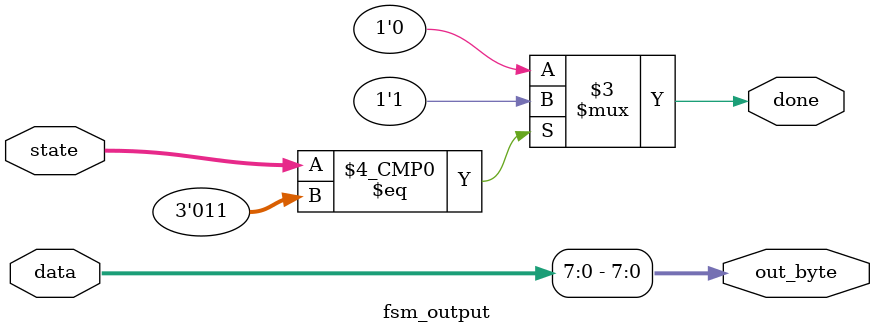
<source format=v>
/*

Copyright 2022 Marc Ketel
SPDX-License-Identifier: Apache-2.0

*/

`default_nettype none

module top_module (
    input wire clk,
    input wire in,
    input wire reset,
    output wire [7:0] out_byte,
    output wire done
);

  wire [2:0] state, next_state;
  wire [4:0] bits;
  wire [8:0] data;

  //Determine next state.
  fsm_next_state ns (
      .in(in),
      .state(state),
      .bits(bits),
      .next_state(next_state)
  );

  //State transition.
  fsm_state_transition st (
      .clk(clk),
      .in(in),
      .reset(reset),
      .next_state(next_state),
      .bits(bits),
      .state(state),
      .data(data)
  );

  //Determine output.
  fsm_output o (
      .state(state),
      .data(data),
      .out_byte(out_byte),
      .done(done)
  );
endmodule


module fsm_next_state (
    input wire in,
    input wire [2:0] state,
    input wire [4:0] bits,
    output reg [2:0] next_state
);

  parameter STATE_IDLE = 3'b000;
  parameter STATE_START = 3'b001;
  parameter STATE_DATA = 3'b010;
  parameter STATE_STOP = 3'b011;
  parameter STATE_ILLIGAL = 3'b111;

  always @(*) begin
    casez ({
      in, state, (bits == 4'd8)
    })
      //Wait for idle state.
      {1'b0, STATE_IDLE, 1'bz} : next_state = STATE_IDLE;

      //Idle state found.
      {1'b1, STATE_IDLE, 1'bz} : next_state = STATE_START;

      //Wait for start bit.
      {1'b1, STATE_START, 1'bz} : next_state = STATE_START;

      //Start bit found.
      {1'b0, STATE_START, 1'bz} : next_state = STATE_DATA;

      //Wait for reception of all data bits.
      {1'bz, STATE_DATA, 1'b0} : next_state = STATE_DATA;

      //Reception complete but stop bit not found.
      {1'b0, STATE_DATA, 1'b1} : next_state = STATE_IDLE;

      //Reception complete.
      {1'b1, STATE_DATA, 1'b1} : next_state = STATE_STOP;

      //Start bit found.
      {1'b0, STATE_STOP, 1'bz} : next_state = STATE_DATA;

      //Invalid start bit.
      {1'b1, STATE_STOP, 1'bz} : next_state = STATE_START;

      //We forgot a state.
      {1'bz, STATE_ILLIGAL, 1'bz} : next_state = STATE_ILLIGAL;
      default: next_state = STATE_ILLIGAL;
    endcase
  end
endmodule

module fsm_state_transition (
    input wire clk,
    input wire in,
    input wire reset,
    input wire [2:0] next_state,
    output reg [4:0] bits,
    output reg [2:0] state,
    output reg [8:0] data
);

  parameter STATE_START = 3'b001;
  parameter STATE_DATA = 3'b010;
  parameter STATE_STOP = 3'b011;

  always @(posedge clk) begin
    if (reset) state <= STATE_START;
    else if (clk) begin
      state <= next_state;

      case (state)
        STATE_START, STATE_STOP: bits <= 4'd0;
        STATE_DATA: bits <= (bits < 4'd8) ? bits + 1'b1 : bits;
      endcase

      data <= data >> 1;
      data[8] <= in;
    end
  end
endmodule

module fsm_output (
    input wire [2:0] state,
    input wire [8:0] data,
    output reg [7:0] out_byte,
    output reg done
);
  parameter STATE_STOP = 3'b011;

  always @(*) begin
    case (state)
      STATE_STOP: done = 1'b1;
      default: done = 1'b0;
    endcase

    out_byte = data[7:0];
  end
endmodule

</source>
